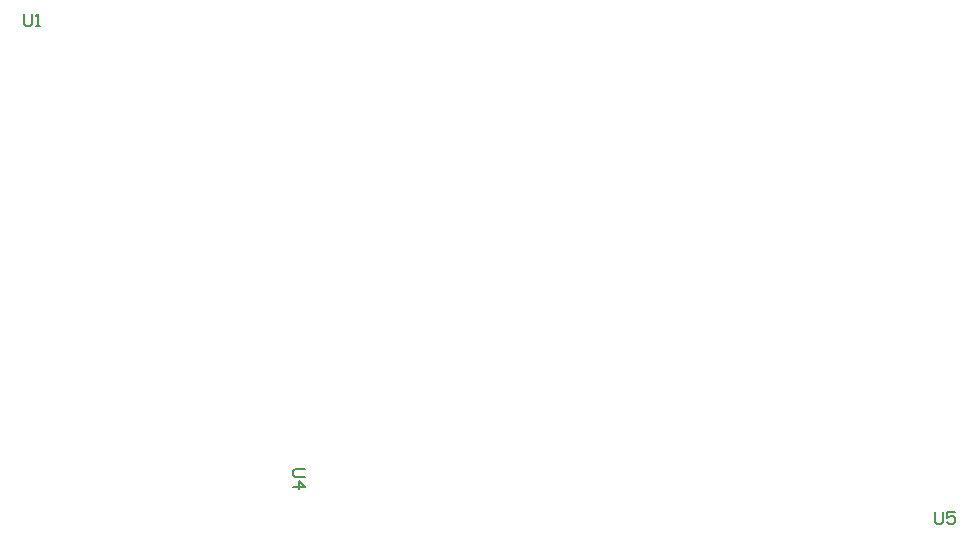
<source format=gm1>
G04*
G04 #@! TF.GenerationSoftware,Altium Limited,Altium Designer,25.2.1 (25)*
G04*
G04 Layer_Color=16711935*
%FSLAX25Y25*%
%MOIN*%
G70*
G04*
G04 #@! TF.SameCoordinates,6179F1C6-3400-403E-8A66-77286E143B23*
G04*
G04*
G04 #@! TF.FilePolarity,Positive*
G04*
G01*
G75*
%ADD47C,0.00700*%
D47*
X454000Y160499D02*
Y157167D01*
X454666Y156500D01*
X455999D01*
X456666Y157167D01*
Y160499D01*
X460665D02*
X457999D01*
Y158499D01*
X459332Y159166D01*
X459998D01*
X460665Y158499D01*
Y157167D01*
X459998Y156500D01*
X458665D01*
X457999Y157167D01*
X243999Y175000D02*
X240666D01*
X240000Y174334D01*
Y173001D01*
X240666Y172334D01*
X243999D01*
X240000Y169002D02*
X243999D01*
X241999Y171001D01*
Y168335D01*
X150500Y326499D02*
Y323166D01*
X151166Y322500D01*
X152499D01*
X153166Y323166D01*
Y326499D01*
X154499Y322500D02*
X155832D01*
X155165D01*
Y326499D01*
X154499Y325832D01*
M02*

</source>
